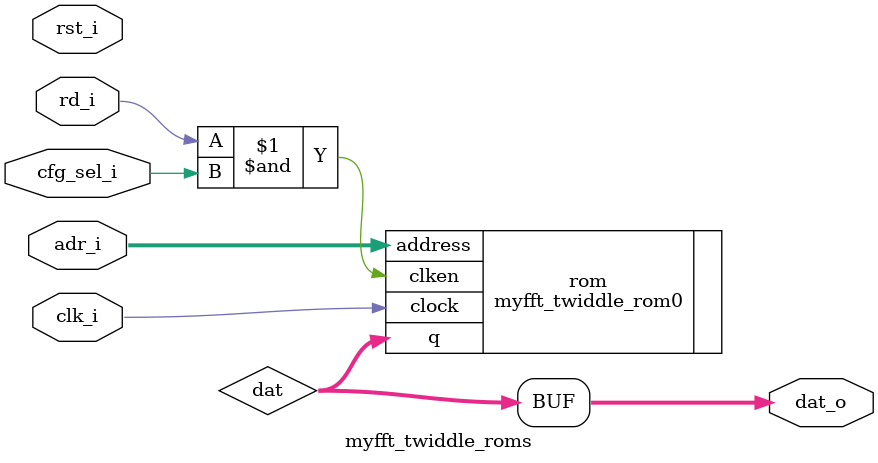
<source format=v>


`include "bel_fft_def.v"


module myfft_twiddle_roms (clk_i, rst_i, adr_i, rd_i, dat_o, cfg_sel_i);

    parameter word_width = 16;
    parameter config_num = 1;
    parameter max_awidth = 6;

    parameter size = 256;
    parameter awidth = 6;
    parameter file_name = "bel_rom_twiddles.dat";

    parameter size2 = 256;
    parameter awidth2 = 6;
    parameter file_name2 = "bel_rom_twiddles2.dat";

    parameter size3 = 256;
    parameter awidth3 = 6;
    parameter file_name3 = "bel_rom_twiddles3.dat";

    parameter size4 = 256;
    parameter awidth4 = 6;
    parameter file_name4 = "bel_rom_twiddles4.dat";

    input clk_i;
    input rst_i;
    input [max_awidth - 1:0] adr_i;
    input rd_i;
    output [word_width * 2 - 1:0] dat_o;
    input [config_num - 1:0] cfg_sel_i;

    reg [word_width * 2 - 1:0] dat_o;
    wire [word_width * 2 - 1:0] dat;
    wire [word_width * 2 - 1:0] dat2;
    wire [word_width * 2 - 1:0] dat3;
    wire [word_width * 2 - 1:0] dat4;

    myfft_twiddle_rom0 rom (
        .address (adr_i[awidth - 1:0]),
        .clken (rd_i & cfg_sel_i[0]),
        .clock (clk_i),
        .q (dat));

generate

    if (config_num > 1) begin
    
        myfft_twiddle_rom1 rom2 (
            .address (adr_i[awidth2 - 1:0]),
            .clken (rd_i & cfg_sel_i[1]),
            .clock (clk_i),
            .q (dat2));

        if (config_num > 2) begin

            myfft_twiddle_rom2 rom3 (
                .address (adr_i[awidth3 - 1:0]),
                .clken (rd_i & cfg_sel_i[2]),
                .clock (clk_i),
                .q (dat3));

            if (config_num > 3) begin

                myfft_twiddle_rom3 rom4 (
                    .address (adr_i[awidth4 - 1:0]),
                    .clken (rd_i & cfg_sel_i[3]),
                    .clock (clk_i),
                    .q (dat4));

                always @ (cfg_sel_i or dat or dat2 or dat3 or dat4) begin
                    case (cfg_sel_i)
                        4'b1000: begin
                            dat_o = dat4;
                        end
                        4'b0100: begin
                            dat_o = dat3;
                        end
                        4'b0010: begin
                            dat_o = dat2;
                        end
                        default: begin
                            dat_o = dat;
                        end
                    endcase
                end

            end else begin

                always @ (cfg_sel_i or dat or dat2 or dat3) begin
                    case (cfg_sel_i)
                        3'b100: begin
                            dat_o = dat3;
                        end
                        3'b010: begin
                            dat_o = dat2;
                        end
                        default: begin
                            dat_o = dat;
                        end
                    endcase
                end

            end

        end else begin

            always @ (cfg_sel_i or dat or dat2) begin
                case (cfg_sel_i)
                    2'b10: begin
                        dat_o = dat2;
                    end
                    default: begin
                        dat_o = dat;
                    end
                endcase
            end

        end

    end else begin

        always @ (dat)
          dat_o = dat;

    end

endgenerate

    
endmodule // myfft_twiddle_roms


</source>
